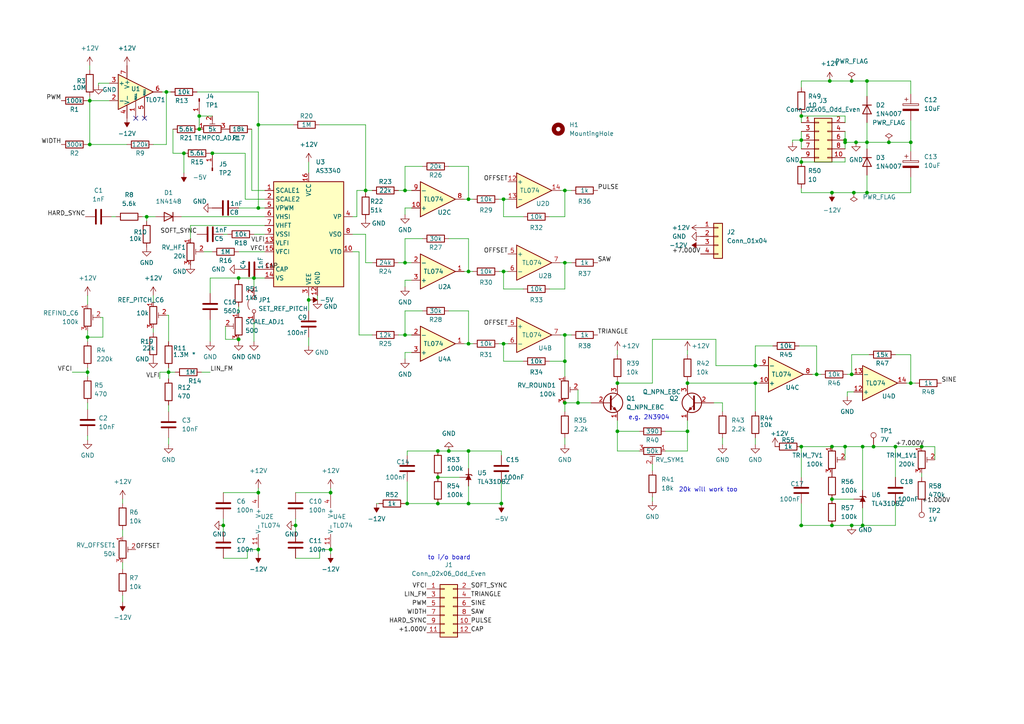
<source format=kicad_sch>
(kicad_sch (version 20211123) (generator eeschema)
  (paper "A4")
  (junction (at 179.07 111.125))
  (junction (at 53.34 44.45))
  (junction (at 253.365 129.54))
  (junction (at 232.41 46.99))
  (junction (at 95.885 159.385))
  (junction (at 259.715 129.54))
  (junction (at 199.39 125.095))
  (junction (at 163.83 116.84))
  (junction (at 89.535 86.995))
  (junction (at 232.41 40.64))
  (junction (at 25.4 107.95))
  (junction (at 74.93 142.875))
  (junction (at 118.11 146.05))
  (junction (at 135.89 130.81))
  (junction (at 248.285 41.275))
  (junction (at 117.475 55.245))
  (junction (at 74.93 36.195))
  (junction (at 48.26 26.67))
  (junction (at 179.07 125.095))
  (junction (at 257.81 41.275))
  (junction (at 241.3 129.54))
  (junction (at 146.05 99.695))
  (junction (at 74.93 159.385))
  (junction (at 42.545 62.865))
  (junction (at 241.3 55.88))
  (junction (at 245.11 40.64))
  (junction (at 241.3 152.4))
  (junction (at 69.215 98.425))
  (junction (at 251.46 55.88))
  (junction (at 146.05 57.785))
  (junction (at 130.175 130.81))
  (junction (at 26.035 41.91))
  (junction (at 117.475 97.155))
  (junction (at 247.015 108.585))
  (junction (at 26.035 29.21))
  (junction (at 163.83 55.245))
  (junction (at 146.05 78.74))
  (junction (at 232.41 152.4))
  (junction (at 127 138.43))
  (junction (at 85.725 152.4))
  (junction (at 219.075 106.045))
  (junction (at 73.66 80.645))
  (junction (at 163.83 97.155))
  (junction (at 69.215 80.645))
  (junction (at 241.3 144.78))
  (junction (at 267.335 129.54))
  (junction (at 106.045 55.245))
  (junction (at 64.77 152.4))
  (junction (at 251.46 23.495))
  (junction (at 219.075 111.125))
  (junction (at 135.89 146.05))
  (junction (at 117.475 76.2))
  (junction (at 232.41 33.655))
  (junction (at 163.83 104.775))
  (junction (at 250.19 129.54))
  (junction (at 199.39 111.125))
  (junction (at 247.015 152.4))
  (junction (at 57.785 37.465))
  (junction (at 167.64 116.84))
  (junction (at 127 146.05))
  (junction (at 57.785 33.655))
  (junction (at 250.19 152.4))
  (junction (at 236.855 108.585))
  (junction (at 232.41 129.54))
  (junction (at 247.015 23.495))
  (junction (at 25.4 97.79))
  (junction (at 61.595 44.45))
  (junction (at 245.11 41.275))
  (junction (at 247.65 55.88))
  (junction (at 135.89 57.785))
  (junction (at 264.16 111.125))
  (junction (at 145.415 146.05))
  (junction (at 264.16 41.275))
  (junction (at 251.46 41.275))
  (junction (at 135.89 99.695))
  (junction (at 240.665 23.495))
  (junction (at 163.83 76.2))
  (junction (at 135.89 78.74))
  (junction (at 95.885 142.875))
  (junction (at 245.11 129.54))
  (junction (at 48.895 107.95))
  (junction (at 74.93 60.325))
  (junction (at 127 130.81))
  (no_connect (at 39.37 34.29))
  (no_connect (at 41.91 34.29))
  (wire (pts (xy 71.755 159.385) (xy 74.93 159.385)))
  (wire (pts (xy 134.62 57.785) (xy 135.89 57.785)))
  (wire (pts (xy 115.57 76.2) (xy 117.475 76.2)))
  (wire (pts (xy 104.14 73.025) (xy 102.235 73.025)))
  (wire (pts (xy 257.81 41.275) (xy 251.46 41.275)))
  (wire (pts (xy 117.475 81.28) (xy 119.38 81.28)))
  (wire (pts (xy 219.075 111.125) (xy 219.075 119.38)))
  (wire (pts (xy 106.045 55.245) (xy 107.95 55.245)))
  (wire (pts (xy 189.23 98.425) (xy 189.23 111.125)))
  (wire (pts (xy 259.715 129.54) (xy 259.715 138.43)))
  (wire (pts (xy 117.475 102.235) (xy 119.38 102.235)))
  (wire (pts (xy 85.725 152.4) (xy 85.725 154.305)))
  (wire (pts (xy 73.66 83.185) (xy 73.66 80.645)))
  (wire (pts (xy 117.475 55.245) (xy 119.38 55.245)))
  (wire (pts (xy 60.96 85.09) (xy 60.96 80.645)))
  (wire (pts (xy 264.16 55.88) (xy 251.46 55.88)))
  (wire (pts (xy 89.535 97.79) (xy 89.535 100.33)))
  (wire (pts (xy 162.56 97.155) (xy 163.83 97.155)))
  (wire (pts (xy 69.215 80.645) (xy 73.66 80.645)))
  (wire (pts (xy 151.765 62.865) (xy 146.05 62.865)))
  (wire (pts (xy 25.4 106.68) (xy 25.4 107.95)))
  (wire (pts (xy 264.16 102.87) (xy 264.16 111.125)))
  (wire (pts (xy 28.575 24.13) (xy 31.75 24.13)))
  (wire (pts (xy 162.56 76.2) (xy 163.83 76.2)))
  (wire (pts (xy 162.56 55.245) (xy 163.83 55.245)))
  (wire (pts (xy 146.05 104.775) (xy 146.05 99.695)))
  (wire (pts (xy 85.725 150.495) (xy 85.725 152.4)))
  (wire (pts (xy 250.19 152.4) (xy 259.715 152.4)))
  (wire (pts (xy 185.42 125.095) (xy 179.07 125.095)))
  (wire (pts (xy 50.165 37.465) (xy 50.165 44.45)))
  (wire (pts (xy 250.19 147.32) (xy 250.19 152.4)))
  (wire (pts (xy 26.035 27.94) (xy 26.035 29.21)))
  (wire (pts (xy 259.715 102.87) (xy 264.16 102.87)))
  (wire (pts (xy 236.855 100.33) (xy 236.855 108.585)))
  (wire (pts (xy 135.89 146.05) (xy 127 146.05)))
  (wire (pts (xy 64.77 150.495) (xy 64.77 152.4)))
  (wire (pts (xy 219.075 100.33) (xy 219.075 106.045)))
  (wire (pts (xy 250.19 152.4) (xy 247.015 152.4)))
  (wire (pts (xy 58.42 107.95) (xy 60.96 107.95)))
  (wire (pts (xy 127 130.81) (xy 130.175 130.81)))
  (wire (pts (xy 118.11 146.05) (xy 117.475 146.05)))
  (wire (pts (xy 232.41 23.495) (xy 240.665 23.495)))
  (wire (pts (xy 259.715 129.54) (xy 267.335 129.54)))
  (wire (pts (xy 35.56 163.195) (xy 35.56 165.1)))
  (wire (pts (xy 163.83 127) (xy 163.83 128.905)))
  (wire (pts (xy 115.57 97.155) (xy 117.475 97.155)))
  (wire (pts (xy 48.26 26.67) (xy 46.99 26.67)))
  (wire (pts (xy 145.415 130.81) (xy 145.415 132.08)))
  (wire (pts (xy 251.46 41.275) (xy 251.46 43.18)))
  (wire (pts (xy 60.96 80.645) (xy 69.215 80.645)))
  (wire (pts (xy 135.89 99.695) (xy 137.16 99.695)))
  (wire (pts (xy 69.215 98.425) (xy 69.215 99.06)))
  (wire (pts (xy 232.41 146.05) (xy 232.41 152.4)))
  (wire (pts (xy 26.035 19.05) (xy 26.035 20.32)))
  (wire (pts (xy 250.19 129.54) (xy 250.19 142.24)))
  (wire (pts (xy 247.65 55.88) (xy 251.46 55.88)))
  (wire (pts (xy 103.505 55.245) (xy 103.505 62.865)))
  (wire (pts (xy 122.555 69.215) (xy 117.475 69.215)))
  (wire (pts (xy 109.22 146.05) (xy 109.855 146.05)))
  (wire (pts (xy 42.545 64.135) (xy 42.545 62.865)))
  (wire (pts (xy 134.62 78.74) (xy 135.89 78.74)))
  (wire (pts (xy 35.56 153.67) (xy 35.56 155.575)))
  (wire (pts (xy 163.83 76.2) (xy 163.83 83.82)))
  (wire (pts (xy 241.3 144.78) (xy 247.65 144.78)))
  (wire (pts (xy 264.16 23.495) (xy 251.46 23.495)))
  (wire (pts (xy 232.41 129.54) (xy 232.41 138.43)))
  (wire (pts (xy 89.535 50.165) (xy 89.535 46.99)))
  (wire (pts (xy 95.885 141.605) (xy 95.885 142.875)))
  (wire (pts (xy 167.64 116.84) (xy 167.64 113.03)))
  (wire (pts (xy 144.78 99.695) (xy 146.05 99.695)))
  (wire (pts (xy 69.215 81.28) (xy 69.215 80.645)))
  (wire (pts (xy 163.83 62.865) (xy 159.385 62.865)))
  (wire (pts (xy 26.035 41.91) (xy 36.83 41.91)))
  (wire (pts (xy 259.715 146.05) (xy 259.715 152.4)))
  (wire (pts (xy 89.535 85.725) (xy 89.535 86.995)))
  (wire (pts (xy 232.41 40.64) (xy 232.41 43.18)))
  (wire (pts (xy 117.475 60.325) (xy 119.38 60.325)))
  (wire (pts (xy 209.55 116.84) (xy 207.01 116.84)))
  (wire (pts (xy 232.41 152.4) (xy 231.775 152.4)))
  (wire (pts (xy 134.62 99.695) (xy 135.89 99.695)))
  (wire (pts (xy 264.16 34.925) (xy 264.16 41.275)))
  (wire (pts (xy 26.035 29.21) (xy 31.75 29.21)))
  (wire (pts (xy 29.845 92.075) (xy 29.845 97.79)))
  (wire (pts (xy 135.89 130.81) (xy 145.415 130.81)))
  (wire (pts (xy 74.93 158.75) (xy 74.93 159.385)))
  (wire (pts (xy 44.45 41.91) (xy 48.26 41.91)))
  (wire (pts (xy 135.89 90.17) (xy 135.89 99.695)))
  (wire (pts (xy 232.41 33.02) (xy 232.41 33.655)))
  (wire (pts (xy 104.14 97.155) (xy 104.14 73.025)))
  (wire (pts (xy 48.26 41.91) (xy 48.26 26.67)))
  (wire (pts (xy 64.77 161.925) (xy 71.755 161.925)))
  (wire (pts (xy 146.05 78.74) (xy 147.32 78.74)))
  (wire (pts (xy 48.895 106.68) (xy 48.895 107.95)))
  (wire (pts (xy 241.3 129.54) (xy 245.11 129.54)))
  (wire (pts (xy 229.87 40.64) (xy 229.87 41.275)))
  (wire (pts (xy 92.71 161.925) (xy 92.71 159.385)))
  (wire (pts (xy 25.4 29.21) (xy 26.035 29.21)))
  (wire (pts (xy 163.83 97.155) (xy 163.83 104.775)))
  (wire (pts (xy 115.57 55.245) (xy 117.475 55.245)))
  (wire (pts (xy 48.26 26.67) (xy 49.53 26.67)))
  (wire (pts (xy 64.77 152.4) (xy 64.77 154.305)))
  (wire (pts (xy 145.415 139.7) (xy 145.415 146.05)))
  (wire (pts (xy 48.895 91.44) (xy 48.895 99.06)))
  (wire (pts (xy 73.025 55.245) (xy 73.025 37.465)))
  (wire (pts (xy 199.39 101.6) (xy 199.39 102.87)))
  (wire (pts (xy 46.355 107.95) (xy 46.355 109.855)))
  (wire (pts (xy 264.16 41.275) (xy 257.81 41.275)))
  (wire (pts (xy 61.595 44.45) (xy 71.12 44.45)))
  (wire (pts (xy 245.11 41.275) (xy 245.11 43.18)))
  (wire (pts (xy 163.83 104.775) (xy 163.83 109.22)))
  (wire (pts (xy 46.355 107.95) (xy 48.895 107.95)))
  (wire (pts (xy 107.95 76.2) (xy 106.045 76.2)))
  (wire (pts (xy 219.075 127) (xy 219.075 128.905)))
  (wire (pts (xy 65.405 94.615) (xy 65.405 98.425)))
  (wire (pts (xy 135.89 78.74) (xy 137.16 78.74)))
  (wire (pts (xy 74.93 26.67) (xy 74.93 36.195)))
  (wire (pts (xy 163.83 116.84) (xy 163.83 119.38)))
  (wire (pts (xy 236.855 108.585) (xy 235.585 108.585)))
  (wire (pts (xy 185.42 130.81) (xy 179.07 130.81)))
  (wire (pts (xy 25.4 95.885) (xy 25.4 97.79)))
  (wire (pts (xy 179.07 130.81) (xy 179.07 125.095)))
  (wire (pts (xy 117.475 83.185) (xy 117.475 81.28)))
  (wire (pts (xy 179.07 111.125) (xy 179.07 111.76)))
  (wire (pts (xy 247.015 102.87) (xy 247.015 108.585)))
  (wire (pts (xy 25.4 107.95) (xy 25.4 109.22)))
  (wire (pts (xy 118.11 130.81) (xy 127 130.81)))
  (wire (pts (xy 127 138.43) (xy 133.35 138.43)))
  (wire (pts (xy 199.39 121.92) (xy 199.39 125.095)))
  (wire (pts (xy 179.07 101.6) (xy 179.07 102.87)))
  (wire (pts (xy 89.535 86.995) (xy 89.535 90.17)))
  (wire (pts (xy 135.89 130.81) (xy 135.89 135.89)))
  (wire (pts (xy 74.93 36.195) (xy 85.09 36.195)))
  (wire (pts (xy 247.015 152.4) (xy 241.3 152.4)))
  (wire (pts (xy 163.83 76.2) (xy 165.735 76.2)))
  (wire (pts (xy 245.11 35.56) (xy 245.11 33.655)))
  (wire (pts (xy 135.89 146.05) (xy 145.415 146.05)))
  (wire (pts (xy 106.045 55.245) (xy 106.045 55.88)))
  (wire (pts (xy 57.785 33.655) (xy 57.785 37.465)))
  (wire (pts (xy 117.475 90.17) (xy 117.475 97.155)))
  (wire (pts (xy 118.11 132.08) (xy 118.11 130.81)))
  (wire (pts (xy 245.745 114.935) (xy 245.745 113.665)))
  (wire (pts (xy 74.93 142.875) (xy 74.93 143.51)))
  (wire (pts (xy 60.96 44.45) (xy 61.595 44.45)))
  (wire (pts (xy 253.365 129.54) (xy 259.715 129.54)))
  (wire (pts (xy 245.11 45.72) (xy 245.11 46.99)))
  (wire (pts (xy 245.11 46.99) (xy 232.41 46.99)))
  (wire (pts (xy 55.245 65.405) (xy 55.245 69.215)))
  (wire (pts (xy 232.41 45.72) (xy 232.41 46.99)))
  (wire (pts (xy 71.755 161.925) (xy 71.755 159.385)))
  (wire (pts (xy 163.83 55.245) (xy 165.735 55.245)))
  (wire (pts (xy 103.505 55.245) (xy 106.045 55.245)))
  (wire (pts (xy 199.39 111.125) (xy 199.39 111.76)))
  (wire (pts (xy 146.05 83.82) (xy 146.05 78.74)))
  (wire (pts (xy 106.045 76.2) (xy 106.045 67.945)))
  (wire (pts (xy 267.335 129.54) (xy 271.145 129.54)))
  (wire (pts (xy 118.11 139.7) (xy 118.11 146.05)))
  (wire (pts (xy 240.665 23.495) (xy 247.015 23.495)))
  (wire (pts (xy 231.775 100.33) (xy 236.855 100.33)))
  (wire (pts (xy 92.075 85.725) (xy 92.075 86.995)))
  (wire (pts (xy 224.155 100.33) (xy 219.075 100.33)))
  (wire (pts (xy 74.93 159.385) (xy 74.93 160.655)))
  (wire (pts (xy 144.78 57.785) (xy 146.05 57.785)))
  (wire (pts (xy 193.04 130.81) (xy 199.39 130.81)))
  (wire (pts (xy 73.66 67.945) (xy 76.835 67.945)))
  (wire (pts (xy 106.045 36.195) (xy 106.045 55.245)))
  (wire (pts (xy 245.11 33.655) (xy 232.41 33.655)))
  (wire (pts (xy 69.215 73.025) (xy 76.835 73.025)))
  (wire (pts (xy 29.21 92.075) (xy 29.845 92.075)))
  (wire (pts (xy 199.39 111.125) (xy 219.075 111.125)))
  (wire (pts (xy 219.075 106.045) (xy 207.645 106.045)))
  (wire (pts (xy 146.05 99.695) (xy 147.32 99.695)))
  (wire (pts (xy 245.745 108.585) (xy 247.015 108.585)))
  (wire (pts (xy 245.11 129.54) (xy 245.11 133.35)))
  (wire (pts (xy 92.71 159.385) (xy 95.885 159.385)))
  (wire (pts (xy 48.895 117.475) (xy 48.895 119.38)))
  (wire (pts (xy 232.41 33.655) (xy 232.41 35.56)))
  (wire (pts (xy 48.895 107.95) (xy 50.8 107.95)))
  (wire (pts (xy 74.93 141.605) (xy 74.93 142.875)))
  (wire (pts (xy 25.4 41.91) (xy 26.035 41.91)))
  (wire (pts (xy 64.77 142.875) (xy 74.93 142.875)))
  (wire (pts (xy 92.71 36.195) (xy 106.045 36.195)))
  (wire (pts (xy 189.23 134.62) (xy 189.23 136.525)))
  (wire (pts (xy 85.725 161.925) (xy 92.71 161.925)))
  (wire (pts (xy 248.285 41.275) (xy 245.11 41.275)))
  (wire (pts (xy 50.165 44.45) (xy 53.34 44.45)))
  (wire (pts (xy 48.895 127) (xy 48.895 128.905)))
  (wire (pts (xy 117.475 69.215) (xy 117.475 76.2)))
  (wire (pts (xy 25.4 116.84) (xy 25.4 118.745)))
  (wire (pts (xy 85.725 142.875) (xy 95.885 142.875)))
  (wire (pts (xy 103.505 62.865) (xy 102.235 62.865)))
  (wire (pts (xy 251.46 50.8) (xy 251.46 55.88)))
  (wire (pts (xy 135.89 48.26) (xy 135.89 57.785)))
  (wire (pts (xy 48.26 91.44) (xy 48.895 91.44)))
  (wire (pts (xy 25.4 126.365) (xy 25.4 127.635)))
  (wire (pts (xy 74.93 60.325) (xy 76.835 60.325)))
  (wire (pts (xy 232.41 40.64) (xy 229.87 40.64)))
  (wire (pts (xy 130.175 69.215) (xy 135.89 69.215)))
  (wire (pts (xy 135.89 69.215) (xy 135.89 78.74)))
  (wire (pts (xy 163.83 83.82) (xy 159.385 83.82)))
  (wire (pts (xy 69.215 88.9) (xy 69.215 90.805)))
  (wire (pts (xy 53.34 44.45) (xy 53.34 50.165)))
  (wire (pts (xy 35.56 144.78) (xy 35.56 146.05)))
  (wire (pts (xy 232.41 38.1) (xy 232.41 40.64)))
  (wire (pts (xy 65.405 98.425) (xy 69.215 98.425)))
  (wire (pts (xy 118.11 146.05) (xy 127 146.05)))
  (wire (pts (xy 151.765 83.82) (xy 146.05 83.82)))
  (wire (pts (xy 209.55 127) (xy 209.55 128.905)))
  (wire (pts (xy 130.175 90.17) (xy 135.89 90.17)))
  (wire (pts (xy 52.705 62.865) (xy 76.835 62.865)))
  (wire (pts (xy 73.66 93.345) (xy 73.66 99.06)))
  (wire (pts (xy 232.41 152.4) (xy 241.3 152.4)))
  (wire (pts (xy 42.545 62.865) (xy 45.085 62.865)))
  (wire (pts (xy 245.11 129.54) (xy 250.19 129.54)))
  (wire (pts (xy 130.175 130.81) (xy 135.89 130.81)))
  (wire (pts (xy 189.23 144.145) (xy 189.23 145.415)))
  (wire (pts (xy 35.56 172.72) (xy 35.56 174.625)))
  (wire (pts (xy 144.78 78.74) (xy 146.05 78.74)))
  (wire (pts (xy 189.23 111.125) (xy 179.07 111.125)))
  (wire (pts (xy 267.335 137.16) (xy 267.335 138.43)))
  (wire (pts (xy 179.07 125.095) (xy 179.07 121.92)))
  (wire (pts (xy 245.11 38.1) (xy 245.11 40.64)))
  (wire (pts (xy 264.16 111.125) (xy 265.43 111.125)))
  (wire (pts (xy 117.475 48.26) (xy 117.475 55.245)))
  (wire (pts (xy 207.645 106.045) (xy 207.645 98.425)))
  (wire (pts (xy 247.015 108.585) (xy 247.65 108.585)))
  (wire (pts (xy 95.885 142.875) (xy 95.885 143.51)))
  (wire (pts (xy 271.145 129.54) (xy 271.145 133.35)))
  (wire (pts (xy 74.93 60.325) (xy 74.93 36.195)))
  (wire (pts (xy 209.55 119.38) (xy 209.55 116.84)))
  (wire (pts (xy 220.345 106.045) (xy 219.075 106.045)))
  (wire (pts (xy 71.12 44.45) (xy 71.12 57.785)))
  (wire (pts (xy 167.64 116.84) (xy 171.45 116.84)))
  (wire (pts (xy 28.575 24.765) (xy 28.575 24.13)))
  (wire (pts (xy 60.96 92.71) (xy 60.96 99.06)))
  (wire (pts (xy 104.14 97.155) (xy 107.95 97.155)))
  (wire (pts (xy 251.46 41.275) (xy 248.285 41.275)))
  (wire (pts (xy 117.475 97.155) (xy 119.38 97.155)))
  (wire (pts (xy 146.05 62.865) (xy 146.05 57.785)))
  (wire (pts (xy 76.835 55.245) (xy 73.025 55.245)))
  (wire (pts (xy 245.11 40.64) (xy 245.11 41.275)))
  (wire (pts (xy 163.83 55.245) (xy 163.83 62.865)))
  (wire (pts (xy 199.39 110.49) (xy 199.39 111.125)))
  (wire (pts (xy 135.89 57.785) (xy 137.16 57.785)))
  (wire (pts (xy 146.05 57.785) (xy 147.32 57.785)))
  (wire (pts (xy 264.16 111.125) (xy 262.89 111.125)))
  (wire (pts (xy 20.955 107.95) (xy 25.4 107.95)))
  (wire (pts (xy 135.89 140.97) (xy 135.89 146.05)))
  (wire (pts (xy 117.475 104.14) (xy 117.475 102.235)))
  (wire (pts (xy 26.035 41.91) (xy 26.035 29.21)))
  (wire (pts (xy 69.215 60.325) (xy 74.93 60.325)))
  (wire (pts (xy 250.19 129.54) (xy 253.365 129.54)))
  (wire (pts (xy 199.39 130.81) (xy 199.39 125.095)))
  (wire (pts (xy 73.66 80.645) (xy 76.835 80.645)))
  (wire (pts (xy 232.41 23.495) (xy 232.41 25.4)))
  (wire (pts (xy 245.745 113.665) (xy 247.65 113.665)))
  (wire (pts (xy 252.095 102.87) (xy 247.015 102.87)))
  (wire (pts (xy 163.83 104.775) (xy 159.385 104.775)))
  (wire (pts (xy 95.885 159.385) (xy 95.885 160.655)))
  (wire (pts (xy 232.41 55.88) (xy 241.3 55.88)))
  (wire (pts (xy 264.16 43.815) (xy 264.16 41.275)))
  (wire (pts (xy 42.545 62.865) (xy 41.275 62.865)))
  (wire (pts (xy 232.41 54.61) (xy 232.41 55.88)))
  (wire (pts (xy 199.39 125.095) (xy 193.04 125.095)))
  (wire (pts (xy 264.16 51.435) (xy 264.16 55.88)))
  (wire (pts (xy 264.16 27.305) (xy 264.16 23.495)))
  (wire (pts (xy 163.83 116.84) (xy 167.64 116.84)))
  (wire (pts (xy 61.595 33.655) (xy 57.785 33.655)))
  (wire (pts (xy 232.41 129.54) (xy 241.3 129.54)))
  (wire (pts (xy 71.12 57.785) (xy 76.835 57.785)))
  (wire (pts (xy 241.3 55.88) (xy 247.65 55.88)))
  (wire (pts (xy 117.475 62.23) (xy 117.475 60.325)))
  (wire (pts (xy 95.885 158.75) (xy 95.885 159.385)))
  (wire (pts (xy 25.4 97.79) (xy 25.4 99.06)))
  (wire (pts (xy 179.07 110.49) (xy 179.07 111.125)))
  (wire (pts (xy 25.4 85.725) (xy 25.4 88.265)))
  (wire (pts (xy 76.835 65.405) (xy 55.245 65.405)))
  (wire (pts (xy 32.385 62.865) (xy 33.655 62.865)))
  (wire (pts (xy 117.475 76.2) (xy 119.38 76.2)))
  (wire (pts (xy 251.46 23.495) (xy 251.46 27.94)))
  (wire (pts (xy 207.645 98.425) (xy 189.23 98.425)))
  (wire (pts (xy 57.15 26.67) (xy 74.93 26.67)))
  (wire (pts (xy 59.055 73.025) (xy 61.595 73.025)))
  (wire (pts (xy 64.77 67.945) (xy 66.04 67.945)))
  (wire (pts (xy 251.46 35.56) (xy 251.46 41.275)))
  (wire (pts (xy 44.45 85.725) (xy 44.45 87.63)))
  (wire (pts (xy 238.125 108.585) (xy 236.855 108.585)))
  (wire (pts (xy 247.015 23.495) (xy 251.46 23.495)))
  (wire (pts (xy 163.83 97.155) (xy 165.735 97.155)))
  (wire (pts (xy 48.895 107.95) (xy 48.895 109.855)))
  (wire (pts (xy 29.845 97.79) (xy 25.4 97.79)))
  (wire (pts (xy 130.175 48.26) (xy 135.89 48.26)))
  (wire (pts (xy 122.555 90.17) (xy 117.475 90.17)))
  (wire (pts (xy 219.075 111.125) (xy 220.345 111.125)))
  (wire (pts (xy 44.45 95.25) (xy 44.45 96.52)))
  (wire (pts (xy 106.045 67.945) (xy 102.235 67.945)))
  (wire (pts (xy 151.765 104.775) (xy 146.05 104.775)))
  (wire (pts (xy 122.555 48.26) (xy 117.475 48.26)))
  (text "e.g. 2N3904" (at 182.245 121.92 0) (effects (font (size 1.27 1.27)) (justify left bottom)))
  (text "to i/o board" (at 136.525 162.56 180) (effects (font (size 1.27 1.27)) (justify right bottom)))
  (text "20k will work too" (at 196.85 142.875 0) (effects (font (size 1.27 1.27)) (justify left bottom)))
  (label "VLFI" (at 46.355 109.855 180))
  (label "LIN_FM" (at 123.825 173.355 180))
  (label "WIDTH" (at 123.825 178.435 180))
  (label "TRIANGLE" (at 173.355 97.155 0))
  (label "OFFSET" (at 147.32 94.615 180))
  (label "VFCI" (at 20.955 107.95 180))
  (label "OFFSET" (at 147.32 73.66 180))
  (label "SOFT_SYNC" (at 136.525 170.815 0))
  (label "SINE" (at 136.525 175.895 0))
  (label "PWM" (at 17.78 29.21 180))
  (label "CAP" (at 76.835 78.105 0))
  (label "+1.000V" (at 123.825 183.515 180))
  (label "+7.000V" (at 259.715 129.54 0))
  (label "+1.000V" (at 267.335 146.05 0))
  (label "TRIANGLE" (at 136.525 173.355 0))
  (label "OFFSET" (at 39.37 159.385 0))
  (label "PWM" (at 123.825 175.895 180))
  (label "SAW" (at 173.355 76.2 0))
  (label "LIN_FM" (at 60.96 107.95 0))
  (label "CAP" (at 136.525 183.515 0))
  (label "PULSE" (at 173.355 55.245 0))
  (label "PULSE" (at 136.525 180.975 0))
  (label "SINE" (at 273.05 111.125 0))
  (label "HARD_SYNC" (at 123.825 180.975 180))
  (label "VFCI" (at 123.825 170.815 180))
  (label "SAW" (at 136.525 178.435 0))
  (label "VFCI" (at 76.835 73.025 180))
  (label "WIDTH" (at 17.78 41.91 180))
  (label "+7.000V" (at 203.2 73.66 180))
  (label "HARD_SYNC" (at 24.765 62.865 180))
  (label "VLFI" (at 76.835 70.485 180))
  (label "OFFSET" (at 147.32 52.705 180))
  (label "SOFT_SYNC" (at 57.15 67.945 180))
  (symbol (lib_id "Device:R") (at 127 134.62 0) (unit 1)
    (property "Reference" "R53" (at 129.54 133.3499 0) (effects (justify left)))
    (property "Value" "100k" (at 129.54 135.8899 0) (effects (justify left)))
    (property "Footprint" "Resistor_SMD:R_0603_1608Metric_Pad0.98x0.95mm_HandSolder" (effects hide))
  )
  (symbol (lib_id "power:-12V") (at 203.2 71.12 90) (unit 1)
    (property "Reference" "#PWR0136" (effects hide))
    (property "Value" "-12V" (at 199.39 71.1199 90) (effects (justify left)))
  )
  (symbol (lib_id "Device:C_Polarized") (at 264.16 31.115 0) (unit 1)
    (property "Reference" "C12" (at 267.97 28.9559 0) (effects (justify left)))
    (property "Value" "10uF" (at 267.97 31.4959 0) (effects (justify left)))
    (property "Footprint" "Capacitor_THT:CP_Radial_D5.0mm_P2.50mm" (effects hide))
  )
  (symbol (lib_id "power:-5V") (at 89.535 86.995 270) (unit 1)
    (property "Reference" "#PWR0121" (effects hide))
    (property "Value" "-5V" (at 92.71 86.9949 90) (effects (justify left)))
  )
  (symbol (lib_id "Device:R") (at 35.56 168.91 0) (unit 1)
    (property "Reference" "R7" (at 37.465 167.6399 0) (effects (justify left)))
    (property "Value" "10k" (at 37.465 170.1799 0) (effects (justify left)))
    (property "Footprint" "Resistor_SMD:R_0603_1608Metric_Pad0.98x0.95mm_HandSolder" (effects hide))
  )
  (symbol (lib_id "Jumper:Jumper_2_Open") (at 73.66 88.265 90) (unit 1)
    (property "Reference" "JP1" (at 74.93 86.9949 90) (effects (justify right)))
    (property "Value" "SET_REF_PITCH" (at 74.93 89.5349 90) (effects (justify right)))
    (property "Footprint" "Connector_PinHeader_2.54mm:PinHeader_1x02_P2.54mm_Vertical" (effects hide))
  )
  (symbol (lib_id "Device:R") (at 111.76 97.155 90) (unit 1)
    (property "Reference" "R25" (at 111.76 99.695 90))
    (property "Value" "12k" (at 111.76 97.155 90))
    (property "Footprint" "Resistor_SMD:R_0603_1608Metric_Pad0.98x0.95mm_HandSolder" (effects hide))
  )
  (symbol (lib_id "power:+12V") (at 44.45 85.725 0) (unit 1)
    (property "Reference" "#PWR0128" (effects hide))
    (property "Value" "+12V" (at 44.45 80.645 0))
  )
  (symbol (lib_id "power:GND") (at 117.475 83.185 0) (unit 1)
    (property "Reference" "#PWR0105" (effects hide))
    (property "Value" "GND" (at 117.475 87.63 0))
  )
  (symbol (lib_id "Device:R") (at 199.39 106.68 0) (unit 1)
    (property "Reference" "R42" (at 201.93 105.4099 0) (effects (justify left)))
    (property "Value" "10k" (at 201.93 107.9499 0) (effects (justify left)))
    (property "Footprint" "Resistor_SMD:R_0603_1608Metric_Pad0.98x0.95mm_HandSolder" (effects hide))
  )
  (symbol (lib_id "Device:R_Potentiometer_Trim") (at 69.215 94.615 0) (mirror y) (unit 1)
    (property "Reference" "SCALE_ADJ1" (at 71.12 93.3449 0) (effects (justify right)))
    (property "Value" "500" (at 71.12 95.8849 0) (effects (justify right)))
    (property "Footprint" "Potentiometer_THT:Potentiometer_Bourns_3266Y_Vertical" (effects hide))
  )
  (symbol (lib_id "power:GND") (at 203.2 68.58 270) (unit 1)
    (property "Reference" "#PWR0138" (effects hide))
    (property "Value" "GND" (at 194.945 68.5799 90) (effects (justify left)))
  )
  (symbol (lib_id "power:+12V") (at 26.035 19.05 0) (unit 1)
    (property "Reference" "#PWR0103" (effects hide))
    (property "Value" "+12V" (at 26.035 13.97 0))
  )
  (symbol (lib_id "Device:R") (at 140.97 57.785 90) (unit 1)
    (property "Reference" "R29" (at 140.97 60.96 90))
    (property "Value" "10k" (at 140.97 57.785 90))
    (property "Footprint" "Resistor_SMD:R_0603_1608Metric_Pad0.98x0.95mm_HandSolder" (effects hide))
  )
  (symbol (lib_id "power:GND") (at 245.745 114.935 0) (unit 1)
    (property "Reference" "#PWR0135" (effects hide))
    (property "Value" "GND" (at 245.745 119.38 0))
  )
  (symbol (lib_id "power:GND") (at 89.535 100.33 0) (unit 1)
    (property "Reference" "#PWR0148" (effects hide))
    (property "Value" "GND" (at 93.345 102.235 0))
  )
  (symbol (lib_id "power:-12V") (at 109.22 146.05 180) (unit 1)
    (property "Reference" "#PWR0144" (effects hide))
    (property "Value" "-12V" (at 109.22 150.495 0))
  )
  (symbol (lib_id "power:-12V") (at 74.93 160.655 180) (unit 1)
    (property "Reference" "#PWR0108" (effects hide))
    (property "Value" "-12V" (at 74.93 165.1 0))
  )
  (symbol (lib_id "power:GND") (at 209.55 128.905 0) (unit 1)
    (property "Reference" "#PWR0132" (effects hide))
    (property "Value" "GND" (at 209.55 133.35 0))
  )
  (symbol (lib_id "Device:R_Potentiometer_Trim") (at 55.245 73.025 0) (unit 1)
    (property "Reference" "RV_HF1" (at 53.975 71.7549 0) (effects (justify right)))
    (property "Value" "20k" (at 53.975 74.2949 0) (effects (justify right)))
    (property "Footprint" "Potentiometer_THT:Potentiometer_Bourns_3266Y_Vertical" (effects hide))
  )
  (symbol (lib_id "Device:R_Potentiometer_Trim") (at 61.595 37.465 90) (unit 1)
    (property "Reference" "TEMPCO_ADJ1" (at 62.865 40.005 90))
    (property "Value" "5k" (at 61.595 37.465 90))
    (property "Footprint" "Potentiometer_THT:Potentiometer_Bourns_3266Y_Vertical" (effects hide))
  )
  (symbol (lib_id "Device:R") (at 163.83 123.19 0) (unit 1)
    (property "Reference" "R35" (at 166.37 121.9199 0) (effects (justify left)))
    (property "Value" "2.2k" (at 166.37 124.4599 0) (effects (justify left)))
    (property "Footprint" "Resistor_SMD:R_0603_1608Metric_Pad0.98x0.95mm_HandSolder" (effects hide))
  )
  (symbol (lib_id "Device:C_Polarized") (at 264.16 47.625 0) (unit 1)
    (property "Reference" "C13" (at 267.97 45.4659 0) (effects (justify left)))
    (property "Value" "10uF" (at 267.97 48.0059 0) (effects (justify left)))
    (property "Footprint" "Capacitor_THT:CP_Radial_D5.0mm_P2.50mm" (effects hide))
  )
  (symbol (lib_id "Device:C") (at 85.725 146.685 0) (unit 1)
    (property "Reference" "C10" (at 89.535 145.4149 0) (effects (justify left)))
    (property "Value" "100n" (at 89.535 147.9549 0) (effects (justify left)))
    (property "Footprint" "Capacitor_SMD:C_0603_1608Metric_Pad1.08x0.95mm_HandSolder" (effects hide))
  )
  (symbol (lib_id "Device:R_Potentiometer_Trim") (at 163.83 113.03 0) (unit 1)
    (property "Reference" "RV_ROUND1" (at 161.29 111.7599 0) (effects (justify right)))
    (property "Value" "100k" (at 161.29 114.2999 0) (effects (justify right)))
    (property "Footprint" "Potentiometer_THT:Potentiometer_Bourns_3266Y_Vertical" (effects hide))
  )
  (symbol (lib_id "power:GND") (at 48.895 128.905 0) (unit 1)
    (property "Reference" "#PWR0116" (effects hide))
    (property "Value" "GND" (at 48.895 133.35 0))
  )
  (symbol (lib_id "power:+12V") (at 36.83 19.05 0) (unit 1)
    (property "Reference" "#PWR0101" (effects hide))
    (property "Value" "+12V" (at 36.83 13.97 0))
  )
  (symbol (lib_id "Device:R") (at 127 142.24 0) (unit 1)
    (property "Reference" "R54" (at 129.54 140.9699 0) (effects (justify left)))
    (property "Value" "100k" (at 129.54 143.5099 0) (effects (justify left)))
    (property "Footprint" "Resistor_SMD:R_0603_1608Metric_Pad0.98x0.95mm_HandSolder" (effects hide))
  )
  (symbol (lib_id "power:GND") (at 69.215 99.06 0) (unit 1)
    (property "Reference" "#PWR0146" (effects hide))
    (property "Value" "GND" (at 69.215 103.505 0))
  )
  (symbol (lib_id "power:PWR_FLAG") (at 247.65 55.88 180) (unit 1)
    (property "Reference" "#FLG0101" (effects hide))
    (property "Value" "PWR_FLAG" (at 250.19 57.1499 0) (effects (justify right)))
  )
  (symbol (lib_id "Device:C") (at 259.715 142.24 0) (unit 1)
    (property "Reference" "C18" (at 260.985 139.6999 0) (effects (justify left)))
    (property "Value" "100nF" (at 260.35 144.7799 0) (effects (justify left)))
    (property "Footprint" "Capacitor_SMD:C_0603_1608Metric_Pad1.08x0.95mm_HandSolder" (effects hide))
  )
  (symbol (lib_id "power:GND") (at 117.475 62.23 0) (unit 1)
    (property "Reference" "#PWR0106" (effects hide))
    (property "Value" "GND" (at 117.475 66.675 0))
  )
  (symbol (lib_id "power:+12V") (at 240.665 23.495 0) (unit 1)
    (property "Reference" "#PWR0140" (effects hide))
    (property "Value" "+12V" (at 240.665 18.415 0))
  )
  (symbol (lib_id "Device:C") (at 73.025 78.105 270) (unit 1)
    (property "Reference" "C4" (at 70.4849 78.105 0) (effects (justify right)))
    (property "Value" "1nF" (at 75.5649 78.105 0) (effects (justify right)))
    (property "Footprint" "Capacitor_THT:C_Rect_L7.0mm_W3.5mm_P5.00mm" (effects hide))
  )
  (symbol (lib_id "Device:R") (at 169.545 97.155 90) (unit 1)
    (property "Reference" "R38" (at 169.545 100.33 90))
    (property "Value" "1k" (at 169.545 97.155 90))
    (property "Footprint" "Resistor_SMD:R_0603_1608Metric_Pad0.98x0.95mm_HandSolder" (effects hide))
  )
  (symbol (lib_id "Amplifier_Operational:TL074") (at 127 78.74 0) (mirror x) (unit 1)
    (property "Reference" "U2" (at 128.905 83.185 0))
    (property "Value" "TL074" (at 125.73 78.74 0))
    (property "Footprint" "Package_SO:SO-14_3.9x8.65mm_P1.27mm" (effects hide))
    (property "Datasheet" "http://www.ti.com/lit/ds/symlink/tl071.pdf" (effects hide))
  )
  (symbol (lib_id "power:-5V") (at 53.34 50.165 180) (unit 1)
    (property "Reference" "#PWR0117" (effects hide))
    (property "Value" "-5V" (at 55.88 51.4349 0) (effects (justify right)))
  )
  (symbol (lib_id "Amplifier_Operational:TL074") (at 154.94 76.2 0) (unit 2)
    (property "Reference" "U2" (at 158.115 80.01 0))
    (property "Value" "TL074" (at 154.305 76.2 0))
    (property "Footprint" "Package_SO:SO-14_3.9x8.65mm_P1.27mm" (effects hide))
    (property "Datasheet" "http://www.ti.com/lit/ds/symlink/tl071.pdf" (effects hide))
  )
  (symbol (lib_id "power:+12V") (at 199.39 101.6 0) (unit 1)
    (property "Reference" "#PWR0134" (effects hide))
    (property "Value" "+12V" (at 203.2 100.33 0))
  )
  (symbol (lib_id "Device:R") (at 155.575 62.865 90) (unit 1)
    (property "Reference" "R32" (at 155.575 66.04 90))
    (property "Value" "10k" (at 155.575 62.865 90))
    (property "Footprint" "Resistor_SMD:R_0603_1608Metric_Pad0.98x0.95mm_HandSolder" (effects hide))
  )
  (symbol (lib_id "Device:R") (at 44.45 100.33 0) (unit 1)
    (property "Reference" "R19" (at 40.64 99.0599 0) (effects (justify left)))
    (property "Value" "22k" (at 41.275 100.9649 0) (effects (justify left)))
    (property "Footprint" "Resistor_SMD:R_0603_1608Metric_Pad0.98x0.95mm_HandSolder" (effects hide))
  )
  (symbol (lib_id "power:GND") (at 28.575 24.765 0) (unit 1)
    (property "Reference" "#PWR0102" (effects hide))
    (property "Value" "GND" (at 31.75 26.035 0))
  )
  (symbol (lib_id "Device:C") (at 48.895 123.19 0) (unit 1)
    (property "Reference" "C3" (at 52.705 121.9199 0) (effects (justify left)))
    (property "Value" "10nF" (at 52.705 124.4599 0) (effects (justify left)))
    (property "Footprint" "Capacitor_SMD:C_0603_1608Metric_Pad1.08x0.95mm_HandSolder" (effects hide))
  )
  (symbol (lib_id "Device:R") (at 26.035 24.13 0) (unit 1)
    (property "Reference" "R3" (at 22.225 23.4949 0) (effects (justify left)))
    (property "Value" "10M" (at 20.955 25.3999 0) (effects (justify left)))
    (property "Footprint" "Resistor_SMD:R_0603_1608Metric_Pad0.98x0.95mm_HandSolder" (effects hide))
  )
  (symbol (lib_id "Device:R") (at 48.895 102.87 0) (unit 1)
    (property "Reference" "R11" (at 50.165 100.9649 0) (effects (justify left)))
    (property "Value" "1.3M *" (at 50.165 102.8699 0) (effects (justify left)))
    (property "Footprint" "Resistor_SMD:R_0603_1608Metric_Pad0.98x0.95mm_HandSolder" (effects hide))
  )
  (symbol (lib_id "Device:R") (at 126.365 69.215 90) (unit 1)
    (property "Reference" "R27" (at 126.365 71.755 90))
    (property "Value" "30k" (at 126.365 69.215 90))
    (property "Footprint" "Resistor_SMD:R_0603_1608Metric_Pad0.98x0.95mm_HandSolder" (effects hide))
  )
  (symbol (lib_id "power:GND") (at 44.45 104.14 0) (unit 1)
    (property "Reference" "#PWR0149" (effects hide))
    (property "Value" "GND" (at 41.275 104.14 0))
  )
  (symbol (lib_id "Device:R") (at 35.56 149.86 0) (unit 1)
    (property "Reference" "R6" (at 37.465 148.5899 0) (effects (justify left)))
    (property "Value" "10k" (at 37.465 151.1299 0) (effects (justify left)))
    (property "Footprint" "Resistor_SMD:R_0603_1608Metric_Pad0.98x0.95mm_HandSolder" (effects hide))
  )
  (symbol (lib_id "Device:R") (at 111.76 55.245 90) (unit 1)
    (property "Reference" "R23" (at 111.76 52.705 90))
    (property "Value" "22k" (at 111.76 55.245 90))
    (property "Footprint" "Resistor_SMD:R_0603_1608Metric_Pad0.98x0.95mm_HandSolder" (effects hide))
  )
  (symbol (lib_id "power:GND") (at 73.66 99.06 0) (unit 1)
    (property "Reference" "#PWR0147" (effects hide))
    (property "Value" "GND" (at 73.66 103.505 0))
  )
  (symbol (lib_id "Device:R") (at 267.335 142.24 0) (unit 1)
    (property "Reference" "R58" (at 269.24 140.9699 0) (effects (justify left)))
    (property "Value" "470k" (at 269.24 143.5099 0) (effects (justify left)))
    (property "Footprint" "Resistor_SMD:R_0603_1608Metric_Pad0.98x0.95mm_HandSolder" (effects hide))
  )
  (symbol (lib_id "power:+12V") (at 89.535 46.99 0) (unit 1)
    (property "Reference" "#PWR0120" (effects hide))
    (property "Value" "+12V" (at 89.535 41.91 0))
  )
  (symbol (lib_id "Amplifier_Operational:TL074") (at 227.965 108.585 0) (mirror x) (unit 3)
    (property "Reference" "U4" (at 229.87 112.395 0))
    (property "Value" "TL074" (at 226.695 108.585 0))
    (property "Footprint" "Package_SO:SO-14_3.9x8.65mm_P1.27mm" (effects hide))
    (property "Datasheet" "http://www.ti.com/lit/ds/symlink/tl071.pdf" (effects hide))
  )
  (symbol (lib_id "Device:R") (at 155.575 104.775 90) (unit 1)
    (property "Reference" "R34" (at 155.575 107.95 90))
    (property "Value" "10k" (at 155.575 104.775 90))
    (property "Footprint" "Resistor_SMD:R_0603_1608Metric_Pad0.98x0.95mm_HandSolder" (effects hide))
  )
  (symbol (lib_id "power:GND") (at 219.075 128.905 0) (unit 1)
    (property "Reference" "#PWR0133" (effects hide))
    (property "Value" "GND" (at 219.075 133.35 0))
  )
  (symbol (lib_id "Connector_Generic:Conn_02x05_Odd_Even") (at 237.49 40.64 0) (unit 1)
    (property "Reference" "J3" (at 238.76 29.21 0))
    (property "Value" "Conn_02x05_Odd_Even" (at 238.76 31.75 0))
    (property "Footprint" "Connector_PinHeader_2.54mm:PinHeader_2x05_P2.54mm_Vertical" (effects hide))
  )
  (symbol (lib_id "Device:R") (at 57.15 44.45 90) (unit 1)
    (property "Reference" "R15" (at 57.15 46.99 90))
    (property "Value" "5.6k" (at 57.15 44.45 90))
    (property "Footprint" "Resistor_SMD:R_0603_1608Metric_Pad0.98x0.95mm_HandSolder" (effects hide))
  )
  (symbol (lib_id "Device:R") (at 106.045 59.69 0) (unit 1)
    (property "Reference" "R22" (at 107.315 58.4199 0) (effects (justify left)))
    (property "Value" "51k" (at 107.315 60.9599 0) (effects (justify left)))
    (property "Footprint" "Resistor_SMD:R_0603_1608Metric_Pad0.98x0.95mm_HandSolder" (effects hide))
  )
  (symbol (lib_id "Device:R") (at 179.07 106.68 0) (unit 1)
    (property "Reference" "R39" (at 181.61 105.4099 0) (effects (justify left)))
    (property "Value" "10k" (at 181.61 107.9499 0) (effects (justify left)))
    (property "Footprint" "Resistor_SMD:R_0603_1608Metric_Pad0.98x0.95mm_HandSolder" (effects hide))
  )
  (symbol (lib_id "Connector:Conn_01x01_Male") (at 61.595 49.53 90) (unit 1)
    (property "Reference" "J5" (at 63.5 47.6249 90) (effects (justify right)))
    (property "Value" "TP2" (at 63.5 50.1649 90) (effects (justify right)))
    (property "Footprint" "Connector_PinHeader_2.54mm:PinHeader_1x01_P2.54mm_Vertical" (effects hide))
  )
  (symbol (lib_id "power:+12V") (at 224.79 129.54 0) (unit 1)
    (property "Reference" "#PWR0151" (effects hide))
    (property "Value" "+12V" (at 226.06 125.73 0))
  )
  (symbol (lib_id "Device:C") (at 145.415 135.89 0) (unit 1)
    (property "Reference" "C15" (at 146.685 133.3499 0) (effects (justify left)))
    (property "Value" "100nF" (at 146.05 138.4299 0) (effects (justify left)))
    (property "Footprint" "Capacitor_SMD:C_0603_1608Metric_Pad1.08x0.95mm_HandSolder" (effects hide))
  )
  (symbol (lib_id "power:GND") (at 247.015 152.4 0) (unit 1)
    (property "Reference" "#PWR0152" (effects hide))
    (property "Value" "GND" (at 248.92 153.6699 0) (effects (justify left)))
  )
  (symbol (lib_id "Device:R") (at 113.665 146.05 90) (unit 1)
    (property "Reference" "R52" (at 113.665 143.51 90))
    (property "Value" "1k" (at 113.665 146.05 90))
    (property "Footprint" "Resistor_SMD:R_0603_1608Metric_Pad0.98x0.95mm_HandSolder" (effects hide))
  )
  (symbol (lib_id "Reference_Voltage:TL431DBZ") (at 250.19 144.78 90) (unit 1)
    (property "Reference" "U6" (at 252.73 143.5099 90) (effects (justify right)))
    (property "Value" "TL431DBZ" (at 252.73 146.0499 90) (effects (justify right)))
    (property "Footprint" "Package_TO_SOT_SMD:SOT-23" (effects hide))
    (property "Datasheet" "http://www.ti.com/lit/ds/symlink/tl431.pdf" (effects hide))
  )
  (symbol (lib_id "Connector_Generic:Conn_01x04") (at 208.28 68.58 0) (unit 1)
    (property "Reference" "J2" (at 210.82 67.3099 0) (effects (justify left)))
    (property "Value" "Conn_01x04" (at 210.82 69.8499 0) (effects (justify left)))
    (property "Footprint" "Connector_PinHeader_2.54mm:PinHeader_1x04_P2.54mm_Vertical" (effects hide))
  )
  (symbol (lib_id "power:-12V") (at 36.83 34.29 180) (unit 1)
    (property "Reference" "#PWR0104" (effects hide))
    (property "Value" "-12V" (at 36.83 38.735 0))
  )
  (symbol (lib_id "power:GND") (at 25.4 127.635 0) (unit 1)
    (property "Reference" "#PWR0115" (effects hide))
    (property "Value" "GND" (at 25.4 132.08 0))
  )
  (symbol (lib_id "Device:R") (at 140.97 78.74 90) (unit 1)
    (property "Reference" "R30" (at 140.97 81.915 90))
    (property "Value" "10k" (at 140.97 78.74 90))
    (property "Footprint" "Resistor_SMD:R_0603_1608Metric_Pad0.98x0.95mm_HandSolder" (effects hide))
  )
  (symbol (lib_id "Device:R") (at 269.24 111.125 90) (unit 1)
    (property "Reference" "R48" (at 269.24 113.665 90))
    (property "Value" "1k" (at 269.24 111.125 90))
    (property "Footprint" "Resistor_SMD:R_0603_1608Metric_Pad0.98x0.95mm_HandSolder" (effects hide))
  )
  (symbol (lib_id "Device:R") (at 232.41 50.8 0) (unit 1)
    (property "Reference" "R50" (at 234.315 49.5299 0) (effects (justify left)))
    (property "Value" "10" (at 234.315 52.0699 0) (effects (justify left)))
    (property "Footprint" "Resistor_SMD:R_0603_1608Metric_Pad0.98x0.95mm_HandSolder" (effects hide))
  )
  (symbol (lib_id "power:GND") (at 163.83 128.905 0) (unit 1)
    (property "Reference" "#PWR0129" (effects hide))
    (property "Value" "GND" (at 163.83 133.35 0))
  )
  (symbol (lib_id "Device:R") (at 53.34 26.67 90) (unit 1)
    (property "Reference" "R13" (at 52.705 29.21 90))
    (property "Value" "10k" (at 53.34 26.67 90))
    (property "Footprint" "Resistor_SMD:R_0603_1608Metric_Pad0.98x0.95mm_HandSolder" (effects hide))
  )
  (symbol (lib_id "power:GND") (at 130.175 130.81 180) (unit 1)
    (property "Reference" "#PWR0145" (effects hide))
    (property "Value" "GND" (at 130.175 125.73 0))
  )
  (symbol (lib_id "Device:R") (at 209.55 123.19 0) (unit 1)
    (property "Reference" "R43" (at 212.09 121.9199 0) (effects (justify left)))
    (property "Value" "2.2k" (at 212.09 124.4599 0) (effects (justify left)))
    (property "Footprint" "Resistor_SMD:R_0603_1608Metric_Pad0.98x0.95mm_HandSolder" (effects hide))
  )
  (symbol (lib_id "Device:R") (at 21.59 41.91 90) (unit 1)
    (property "Reference" "R2" (at 21.59 44.45 90))
    (property "Value" "300k" (at 21.59 41.91 90))
    (property "Footprint" "Resistor_SMD:R_0603_1608Metric_Pad0.98x0.95mm_HandSolder" (effects hide))
  )
  (symbol (lib_id "Device:R") (at 40.64 41.91 90) (unit 1)
    (property "Reference" "R9" (at 40.64 44.45 90))
    (property "Value" "120k" (at 40.64 41.91 90))
    (property "Footprint" "Resistor_SMD:R_0603_1608Metric_Pad0.98x0.95mm_HandSolder" (effects hide))
  )
  (symbol (lib_id "Connector_Generic:Conn_02x06_Odd_Even") (at 128.905 175.895 0) (unit 1)
    (property "Reference" "J1" (at 130.175 163.83 0))
    (property "Value" "Conn_02x06_Odd_Even" (at 130.175 166.37 0))
    (property "Footprint" "Connector_PinHeader_2.54mm:PinHeader_2x06_P2.54mm_Vertical" (effects hide))
  )
  (symbol (lib_id "Amplifier_Operational:TL074") (at 127 57.785 0) (mirror x) (unit 3)
    (property "Reference" "U2" (at 128.905 61.595 0))
    (property "Value" "TL074" (at 125.73 57.785 0))
    (property "Footprint" "Package_SO:SO-14_3.9x8.65mm_P1.27mm" (effects hide))
    (property "Datasheet" "http://www.ti.com/lit/ds/symlink/tl071.pdf" (effects hide))
  )
  (symbol (lib_id "Device:R") (at 54.61 107.95 90) (unit 1)
    (property "Reference" "R14" (at 56.515 110.49 90))
    (property "Value" "1M" (at 55.245 107.95 90))
    (property "Footprint" "Resistor_SMD:R_0603_1608Metric_Pad0.98x0.95mm_HandSolder" (effects hide))
  )
  (symbol (lib_id "Device:D") (at 251.46 31.75 270) (unit 1)
    (property "Reference" "D2" (at 254 30.4799 90) (effects (justify left)))
    (property "Value" "1N4007" (at 254 33.0199 90) (effects (justify left)))
    (property "Footprint" "Diode_THT:D_DO-41_SOD81_P7.62mm_Horizontal" (effects hide))
  )
  (symbol (lib_id "Connector:TestPoint") (at 253.365 129.54 0) (unit 1)
    (property "Reference" "TP1" (at 255.27 124.9679 0) (effects (justify left)))
    (property "Value" "7V" (at 255.27 127.5079 0) (effects (justify left)))
    (property "Footprint" "Connector_PinHeader_2.54mm:PinHeader_1x01_P2.54mm_Vertical" (effects hide))
  )
  (symbol (lib_id "power:PWR_FLAG") (at 257.81 41.275 0) (unit 1)
    (property "Reference" "#FLG0102" (effects hide))
    (property "Value" "PWR_FLAG" (at 257.81 35.56 0))
  )
  (symbol (lib_id "Mechanical:MountingHole") (at 161.925 37.465 0) (unit 1)
    (property "Reference" "H1" (at 165.1 36.1949 0) (effects (justify left)))
    (property "Value" "MountingHole" (at 165.1 38.7349 0) (effects (justify left)))
    (property "Footprint" "Library:MountingHole_3.2mm_M3_NoCourt" (effects hide))
  )
  (symbol (lib_id "Device:R") (at 189.23 140.335 0) (unit 1)
    (property "Reference" "R41" (at 191.77 139.0649 0) (effects (justify left)))
    (property "Value" "18k" (at 191.77 141.6049 0) (effects (justify left)))
    (property "Footprint" "Resistor_SMD:R_0603_1608Metric_Pad0.98x0.95mm_HandSolder" (effects hide))
  )
  (symbol (lib_id "Device:R") (at 25.4 113.03 0) (unit 1)
    (property "Reference" "R5" (at 27.305 111.7599 0) (effects (justify left)))
    (property "Value" "470" (at 27.305 114.2999 0) (effects (justify left)))
    (property "Footprint" "Resistor_SMD:R_0603_1608Metric_Pad0.98x0.95mm_HandSolder" (effects hide))
  )
  (symbol (lib_id "power:+12V") (at 25.4 85.725 0) (unit 1)
    (property "Reference" "#PWR0127" (effects hide))
    (property "Value" "+12V" (at 25.4 80.645 0))
  )
  (symbol (lib_id "Device:C") (at 64.77 158.115 0) (unit 1)
    (property "Reference" "C7" (at 68.58 156.8449 0) (effects (justify left)))
    (property "Value" "100n" (at 68.58 159.3849 0) (effects (justify left)))
    (property "Footprint" "Capacitor_SMD:C_0603_1608Metric_Pad1.08x0.95mm_HandSolder" (effects hide))
  )
  (symbol (lib_id "Device:R") (at 255.905 102.87 90) (unit 1)
    (property "Reference" "R47" (at 255.905 105.41 90))
    (property "Value" "15k" (at 255.905 102.87 90))
    (property "Footprint" "Resistor_SMD:R_0603_1608Metric_Pad0.98x0.95mm_HandSolder" (effects hide))
  )
  (symbol (lib_id "power:-12V") (at 35.56 174.625 180) (unit 1)
    (property "Reference" "#PWR0112" (effects hide))
    (property "Value" "-12V" (at 35.56 179.07 0))
  )
  (symbol (lib_id "Device:R_Potentiometer_Trim") (at 35.56 159.385 0) (unit 1)
    (property "Reference" "RV_OFFSET1" (at 33.655 158.1149 0) (effects (justify right)))
    (property "Value" "50k" (at 33.655 160.6549 0) (effects (justify right)))
    (property "Footprint" "Potentiometer_THT:Potentiometer_Bourns_3266Y_Vertical" (effects hide))
  )
  (symbol (lib_id "Device:C") (at 65.405 60.325 90) (unit 1)
    (property "Reference" "C8" (at 67.945 61.595 90))
    (property "Value" "1nF" (at 68.58 59.055 90))
    (property "Footprint" "Capacitor_SMD:C_0603_1608Metric_Pad1.08x0.95mm_HandSolder" (effects hide))
  )
  (symbol (lib_id "Device:R") (at 155.575 83.82 90) (unit 1)
    (property "Reference" "R33" (at 155.575 86.995 90))
    (property "Value" "10k" (at 155.575 83.82 90))
    (property "Footprint" "Resistor_SMD:R_0603_1608Metric_Pad0.98x0.95mm_HandSolder" (effects hide))
  )
  (symbol (lib_id "Amplifier_Operational:TL074") (at 98.425 151.13 0) (unit 5)
    (property "Reference" "U4" (at 96.52 149.8599 0) (effects (justify left)))
    (property "Value" "TL074" (at 96.52 152.3999 0) (effects (justify left)))
    (property "Footprint" "Package_SO:SO-14_3.9x8.65mm_P1.27mm" (effects hide))
    (property "Datasheet" "http://www.ti.com/lit/ds/symlink/tl071.pdf" (effects hide))
  )
  (symbol (lib_id "Device:C") (at 232.41 142.24 0) (unit 1)
    (property "Reference" "C17" (at 229.235 140.3349 0) (effects (justify left)))
    (property "Value" "100nF" (at 226.06 144.7799 0) (effects (justify left)))
    (property "Footprint" "Capacitor_SMD:C_0603_1608Metric_Pad1.08x0.95mm_HandSolder" (effects hide))
  )
  (symbol (lib_id "Connector:TestPoint") (at 267.335 146.05 180) (unit 1)
    (property "Reference" "TP2" (at 269.24 148.0819 0) (effects (justify right)))
    (property "Value" "1V" (at 269.24 150.6219 0) (effects (justify right)))
    (property "Footprint" "Connector_PinHeader_2.54mm:PinHeader_1x01_P2.54mm_Vertical" (effects hide))
  )
  (symbol (lib_id "power:+12V") (at 35.56 144.78 0) (unit 1)
    (property "Reference" "#PWR0113" (effects hide))
    (property "Value" "+12V" (at 35.56 139.7 0))
  )
  (symbol (lib_id "Amplifier_Operational:TL074") (at 77.47 151.13 0) (unit 5)
    (property "Reference" "U2" (at 75.565 149.8599 0) (effects (justify left)))
    (property "Value" "TL074" (at 75.565 152.3999 0) (effects (justify left)))
    (property "Footprint" "Package_SO:SO-14_3.9x8.65mm_P1.27mm" (effects hide))
    (property "Datasheet" "http://www.ti.com/lit/ds/symlink/tl071.pdf" (effects hide))
  )
  (symbol (lib_id "Device:R") (at 48.895 113.665 0) (unit 1)
    (property "Reference" "R12" (at 51.435 112.3949 0) (effects (justify left)))
    (property "Value" "470" (at 51.435 114.9349 0) (effects (justify left)))
    (property "Footprint" "Resistor_SMD:R_0603_1608Metric_Pad0.98x0.95mm_HandSolder" (effects hide))
  )
  (symbol (lib_id "Amplifier_Operational:TL074") (at 154.94 97.155 0) (unit 2)
    (property "Reference" "U4" (at 158.115 100.965 0))
    (property "Value" "TL074" (at 154.305 97.155 0))
    (property "Footprint" "Package_SO:SO-14_3.9x8.65mm_P1.27mm" (effects hide))
    (property "Datasheet" "http://www.ti.com/lit/ds/symlink/tl071.pdf" (effects hide))
  )
  (symbol (lib_id "Device:R") (at 37.465 62.865 90) (unit 1)
    (property "Reference" "R8" (at 37.465 56.515 90))
    (property "Value" "5.6k" (at 37.465 59.055 90))
    (property "Footprint" "Resistor_SMD:R_0603_1608Metric_Pad0.98x0.95mm_HandSolder" (effects hide))
  )
  (symbol (lib_id "Device:R") (at 126.365 90.17 90) (unit 1)
    (property "Reference" "R28" (at 126.365 92.71 90))
    (property "Value" "30k" (at 126.365 90.17 90))
    (property "Footprint" "Resistor_SMD:R_0603_1608Metric_Pad0.98x0.95mm_HandSolder" (effects hide))
  )
  (symbol (lib_id "Device:D") (at 48.895 62.865 180) (unit 1)
    (property "Reference" "D1" (at 48.895 55.88 0))
    (property "Value" "1N4148" (at 48.895 58.42 0))
    (property "Footprint" "Diode_THT:D_DO-34_SOD68_P7.62mm_Horizontal" (effects hide))
  )
  (symbol (lib_id "Device:R") (at 169.545 76.2 90) (unit 1)
    (property "Reference" "R37" (at 169.545 79.375 90))
    (property "Value" "1k" (at 169.545 76.2 90))
    (property "Footprint" "Resistor_SMD:R_0603_1608Metric_Pad0.98x0.95mm_HandSolder" (effects hide))
  )
  (symbol (lib_id "power:GND") (at 92.075 86.995 0) (unit 1)
    (property "Reference" "#PWR0122" (effects hide))
    (property "Value" "GND" (at 95.885 88.9 0))
  )
  (symbol (lib_id "power:GND") (at 85.725 152.4 270) (unit 1)
    (property "Reference" "#PWR0111" (effects hide))
    (property "Value" "GND" (at 82.55 154.9399 90) (effects (justify left)))
  )
  (symbol (lib_id "Device:C") (at 89.535 93.98 0) (unit 1)
    (property "Reference" "C9" (at 86.36 92.0749 0) (effects (justify left)))
    (property "Value" "100nF" (at 83.185 96.5199 0) (effects (justify left)))
    (property "Footprint" "Capacitor_SMD:C_0603_1608Metric_Pad1.08x0.95mm_HandSolder" (effects hide))
  )
  (symbol (lib_id "Amplifier_Operational:TL074") (at 127 99.695 0) (mirror x) (unit 1)
    (property "Reference" "U4" (at 128.905 104.14 0))
    (property "Value" "TL074" (at 125.73 99.695 0))
    (property "Footprint" "Package_SO:SO-14_3.9x8.65mm_P1.27mm" (effects hide))
    (property "Datasheet" "http://www.ti.com/lit/ds/symlink/tl071.pdf" (effects hide))
  )
  (symbol (lib_id "Device:R") (at 241.935 108.585 90) (unit 1)
    (property "Reference" "R46" (at 241.935 111.125 90))
    (property "Value" "10k" (at 241.935 108.585 90))
    (property "Footprint" "Resistor_SMD:R_0603_1608Metric_Pad0.98x0.95mm_HandSolder" (effects hide))
  )
  (symbol (lib_id "power:GND") (at 229.87 41.275 0) (unit 1)
    (property "Reference" "#PWR0142" (effects hide))
    (property "Value" "GND" (at 229.87 46.355 0))
  )
  (symbol (lib_id "Connector:Conn_01x01_Male") (at 57.785 28.575 90) (mirror x) (unit 1)
    (property "Reference" "J4" (at 59.69 27.9399 90) (effects (justify right)))
    (property "Value" "TP1" (at 59.69 30.4799 90) (effects (justify right)))
    (property "Footprint" "Connector_PinHeader_2.54mm:PinHeader_1x01_P2.54mm_Vertical" (effects hide))
  )
  (symbol (lib_id "Device:R") (at 111.76 76.2 90) (unit 1)
    (property "Reference" "R24" (at 111.76 78.74 90))
    (property "Value" "24k" (at 111.76 76.2 90))
    (property "Footprint" "Resistor_SMD:R_0603_1608Metric_Pad0.98x0.95mm_HandSolder" (effects hide))
  )
  (symbol (lib_id "power:GND") (at 106.045 63.5 0) (unit 1)
    (property "Reference" "#PWR0119" (effects hide))
    (property "Value" "GND" (at 109.855 64.77 0))
  )
  (symbol (lib_id "power:-12V") (at 241.3 55.88 180) (unit 1)
    (property "Reference" "#PWR0139" (effects hide))
    (property "Value" "-12V" (at 241.3 60.96 0))
  )
  (symbol (lib_id "Device:R_Potentiometer_Trim") (at 44.45 91.44 0) (unit 1)
    (property "Reference" "REF_PITCH_C6" (at 47.625 86.9949 0) (effects (justify right)))
    (property "Value" "10k" (at 43.18 90.8049 0) (effects (justify right)))
    (property "Footprint" "Potentiometer_THT:Potentiometer_Bourns_3266Y_Vertical" (effects hide))
  )
  (symbol (lib_id "Device:R") (at 140.97 99.695 90) (unit 1)
    (property "Reference" "R31" (at 140.97 102.87 90))
    (property "Value" "10k" (at 140.97 99.695 90))
    (property "Footprint" "Resistor_SMD:R_0603_1608Metric_Pad0.98x0.95mm_HandSolder" (effects hide))
  )
  (symbol (lib_id "Device:R") (at 227.965 100.33 90) (unit 1)
    (property "Reference" "R45" (at 227.965 102.87 90))
    (property "Value" "10k" (at 227.965 100.33 90))
    (property "Footprint" "Resistor_SMD:R_0603_1608Metric_Pad0.98x0.95mm_HandSolder" (effects hide))
  )
  (symbol (lib_id "power:+12V") (at 179.07 101.6 0) (unit 1)
    (property "Reference" "#PWR0131" (effects hide))
    (property "Value" "+12V" (at 182.88 100.33 0))
  )
  (symbol (lib_id "power:GND") (at 60.96 99.06 0) (unit 1)
    (property "Reference" "#PWR0150" (effects hide))
    (property "Value" "GND" (at 60.96 103.505 0))
  )
  (symbol (lib_id "Device:R") (at 69.215 37.465 90) (unit 1)
    (property "Reference" "R17" (at 69.215 40.005 90))
    (property "Value" "18k" (at 69.215 37.465 90))
    (property "Footprint" "Resistor_SMD:R_0603_1608Metric_Pad0.98x0.95mm_HandSolder" (effects hide))
  )
  (symbol (lib_id "power:GND") (at 42.545 71.755 0) (unit 1)
    (property "Reference" "#PWR0124" (effects hide))
    (property "Value" "GND" (at 42.545 76.2 0))
  )
  (symbol (lib_id "power:PWR_FLAG") (at 247.015 23.495 0) (unit 1)
    (property "Reference" "#FLG0103" (effects hide))
    (property "Value" "PWR_FLAG" (at 247.015 17.78 0))
  )
  (symbol (lib_id "Device:C") (at 118.11 135.89 0) (unit 1)
    (property "Reference" "C14" (at 114.935 133.9849 0) (effects (justify left)))
    (property "Value" "100nF" (at 111.76 138.4299 0) (effects (justify left)))
    (property "Footprint" "Capacitor_SMD:C_0603_1608Metric_Pad1.08x0.95mm_HandSolder" (effects hide))
  )
  (symbol (lib_id "Device:R") (at 53.975 37.465 90) (unit 1)
    (property "Reference" "R21" (at 53.975 40.005 90))
    (property "Value" "5.6k" (at 53.975 37.465 90))
    (property "Footprint" "Resistor_SMD:R_0603_1608Metric_Pad0.98x0.95mm_HandSolder" (effects hide))
  )
  (symbol (lib_id "Device:R") (at 228.6 129.54 90) (unit 1)
    (property "Reference" "R55" (at 228.6 127.635 90))
    (property "Value" "1k" (at 228.6 129.54 90))
    (property "Footprint" "Resistor_SMD:R_0603_1608Metric_Pad0.98x0.95mm_HandSolder" (effects hide))
  )
  (symbol (lib_id "Device:R") (at 126.365 48.26 90) (unit 1)
    (property "Reference" "R26" (at 126.365 50.8 90))
    (property "Value" "20k" (at 126.365 48.26 90))
    (property "Footprint" "Resistor_SMD:R_0603_1608Metric_Pad0.98x0.95mm_HandSolder" (effects hide))
  )
  (symbol (lib_id "power:-12V") (at 95.885 160.655 180) (unit 1)
    (property "Reference" "#PWR0110" (effects hide))
    (property "Value" "-12V" (at 95.885 165.1 0))
  )
  (symbol (lib_id "power:GND") (at 64.77 152.4 270) (unit 1)
    (property "Reference" "#PWR0114" (effects hide))
    (property "Value" "GND" (at 61.595 154.9399 90) (effects (justify left)))
  )
  (symbol (lib_id "power:+12V") (at 203.2 66.04 90) (unit 1)
    (property "Reference" "#PWR0137" (effects hide))
    (property "Value" "+12V" (at 197.485 66.04 90))
  )
  (symbol (lib_id "power:GND") (at 189.23 145.415 0) (unit 1)
    (property "Reference" "#PWR0130" (effects hide))
    (property "Value" "GND" (at 189.23 149.86 0))
  )
  (symbol (lib_id "power:GND") (at 117.475 104.14 0) (unit 1)
    (property "Reference" "#PWR0123" (effects hide))
    (property "Value" "GND" (at 117.475 108.585 0))
  )
  (symbol (lib_id "Device:R_Potentiometer_Trim") (at 25.4 92.075 0) (unit 1)
    (property "Reference" "REFIND_C6" (at 22.86 90.8049 0) (effects (justify right)))
    (property "Value" "100k" (at 22.86 93.3449 0) (effects (justify right)))
    (property "Footprint" "Potentiometer_THT:Potentiometer_Bourns_3266Y_Vertical" (effects hide))
  )
  (symbol (lib_id "Amplifier_Operational:TL071") (at 39.37 26.67 0) (unit 1)
    (property "Reference" "U1" (at 39.37 25.781 0))
    (property "Value" "TL071" (at 45.085 28.956 0))
    (property "Footprint" "Package_DIP:DIP-8_W7.62mm_Socket" (effects hide))
    (property "Datasheet" "http://www.ti.com/lit/ds/symlink/tl071.pdf" (effects hide))
  )
  (symbol (lib_id "Device:R") (at 25.4 102.87 0) (unit 1)
    (property "Reference" "R4" (at 27.94 101.5999 0) (effects (justify left)))
    (property "Value" "220k" (at 27.94 104.1399 0) (effects (justify left)))
    (property "Footprint" "Resistor_SMD:R_0603_1608Metric_Pad0.98x0.95mm_HandSolder" (effects hide))
  )
  (symbol (lib_id "Device:R_Potentiometer_Trim") (at 267.335 133.35 0) (unit 1)
    (property "Reference" "TRIM_1V1" (at 266.065 132.0799 0) (effects (justify right)))
    (property "Value" "200k" (at 265.43 134.6199 0) (effects (justify right)))
    (property "Footprint" "Potentiometer_THT:Potentiometer_Bourns_3266Y_Vertical" (effects hide))
  )
  (symbol (lib_id "Amplifier_Operational:TL074") (at 255.27 111.125 0) (mirror x) (unit 4)
    (property "Reference" "U4" (at 257.81 114.935 0))
    (property "Value" "TL074" (at 254 111.125 0))
    (property "Footprint" "Package_SO:SO-14_3.9x8.65mm_P1.27mm" (effects hide))
    (property "Datasheet" "http://www.ti.com/lit/ds/symlink/tl071.pdf" (effects hide))
  )
  (symbol (lib_id "Device:Q_NPN_EBC") (at 176.53 116.84 0) (unit 1)
    (property "Reference" "Q1" (at 181.61 115.5699 0) (effects (justify left)))
    (property "Value" "Q_NPN_EBC" (at 181.61 118.1099 0) (effects (justify left)))
    (property "Footprint" "Package_TO_SOT_THT:TO-92" (effects hide))
  )
  (symbol (lib_id "power:+12V") (at 95.885 141.605 0) (unit 1)
    (property "Reference" "#PWR0107" (effects hide))
    (property "Value" "+12V" (at 95.885 136.525 0))
  )
  (symbol (lib_id "Device:R") (at 169.545 55.245 90) (unit 1)
    (property "Reference" "R36" (at 169.545 58.42 90))
    (property "Value" "1k" (at 169.545 55.245 90))
    (property "Footprint" "Resistor_SMD:R_0603_1608Metric_Pad0.98x0.95mm_HandSolder" (effects hide))
  )
  (symbol (lib_id "Device:R") (at 241.3 140.97 0) (unit 1)
    (property "Reference" "R56" (at 243.84 139.6999 0) (effects (justify left)))
    (property "Value" "100k" (at 243.84 142.2399 0) (effects (justify left)))
    (property "Footprint" "Resistor_SMD:R_0603_1608Metric_Pad0.98x0.95mm_HandSolder" (effects hide))
  )
  (symbol (lib_id "power:GND") (at 69.215 78.105 270) (unit 1)
    (property "Reference" "#PWR0118" (effects hide))
    (property "Value" "GND" (at 65.405 78.1049 90) (effects (justify right)))
  )
  (symbol (lib_id "Device:C") (at 64.77 146.685 0) (unit 1)
    (property "Reference" "C6" (at 68.58 145.4149 0) (effects (justify left)))
    (property "Value" "100n" (at 68.58 147.9549 0) (effects (justify left)))
    (property "Footprint" "Capacitor_SMD:C_0603_1608Metric_Pad1.08x0.95mm_HandSolder" (effects hide))
  )
  (symbol (lib_id "Device:R_Potentiometer_Trim") (at 241.3 133.35 0) (unit 1)
    (property "Reference" "TRIM_7V1" (at 238.76 132.0799 0) (effects (justify right)))
    (property "Value" "100k" (at 238.76 134.6199 0) (effects (justify right)))
    (property "Footprint" "Potentiometer_THT:Potentiometer_Bourns_3266Y_Vertical" (effects hide))
  )
  (symbol (lib_id "Device:D") (at 251.46 46.99 270) (unit 1)
    (property "Reference" "D3" (at 254 45.7199 90) (effects (justify left)))
    (property "Value" "1N4007" (at 254 48.2599 90) (effects (justify left)))
    (property "Footprint" "Diode_THT:D_DO-41_SOD81_P7.62mm_Horizontal" (effects hide))
  )
  (symbol (lib_id "Device:R") (at 219.075 123.19 0) (unit 1)
    (property "Reference" "R44" (at 220.345 121.2849 0) (effects (justify left)))
    (property "Value" "10k" (at 220.345 123.1899 0) (effects (justify left)))
    (property "Footprint" "Resistor_SMD:R_0603_1608Metric_Pad0.98x0.95mm_HandSolder" (effects hide))
  )
  (symbol (lib_id "Device:R") (at 69.215 85.09 0) (unit 1)
    (property "Reference" "R51" (at 71.12 83.8199 0) (effects (justify left)))
    (property "Value" "1k6" (at 71.12 86.3599 0) (effects (justify left)))
    (property "Footprint" "Resistor_SMD:R_0603_1608Metric_Pad0.98x0.95mm_HandSolder" (effects hide))
  )
  (symbol (lib_id "Device:R") (at 88.9 36.195 90) (unit 1)
    (property "Reference" "R20" (at 88.9 33.655 90))
    (property "Value" "1M" (at 88.9 36.195 90))
    (property "Footprint" "Resistor_SMD:R_0603_1608Metric_Pad0.98x0.95mm_HandSolder" (effects hide))
  )
  (symbol (lib_id "power:GND") (at 55.245 76.835 0) (unit 1)
    (property "Reference" "#PWR0125" (effects hide))
    (property "Value" "GND" (at 52.07 78.74 0))
  )
  (symbol (lib_id "Device:R_Potentiometer_Trim") (at 189.23 130.81 270) (unit 1)
    (property "Reference" "RV_SYM1" (at 194.31 133.35 90))
    (property "Value" "50k" (at 189.23 130.81 90))
    (property "Footprint" "Potentiometer_THT:Potentiometer_Bourns_3266Y_Vertical" (effects hide))
  )
  (symbol (lib_id "power:GND") (at 248.285 41.275 0) (unit 1)
    (property "Reference" "#PWR0141" (effects hide))
    (property "Value" "GND" (at 248.285 46.355 0))
  )
  (symbol (lib_id "Device:R") (at 232.41 29.21 0) (unit 1)
    (property "Reference" "R49" (at 234.315 27.9399 0) (effects (justify left)))
    (property "Value" "10" (at 234.315 30.4799 0) (effects (justify left)))
    (property "Footprint" "Resistor_SMD:R_0603_1608Metric_Pad0.98x0.95mm_HandSolder" (effects hide))
  )
  (symbol (lib_id "Device:C") (at 60.96 88.9 0) (unit 1)
    (property "Reference" "C16" (at 64.77 87.6299 0) (effects (justify left)))
    (property "Value" "560p" (at 64.77 90.1699 0) (effects (justify left)))
    (property "Footprint" "Capacitor_SMD:C_0603_1608Metric_Pad1.08x0.95mm_HandSolder" (effects hide))
  )
  (symbol (lib_id "Device:R") (at 69.85 67.945 90) (unit 1)
    (property "Reference" "R18" (at 69.85 70.485 90))
    (property "Value" "10k" (at 69.85 67.945 90))
    (property "Footprint" "Resistor_SMD:R_0603_1608Metric_Pad0.98x0.95mm_HandSolder" (effects hide))
  )
  (symbol (lib_id "Device:C") (at 28.575 62.865 90) (unit 1)
    (property "Reference" "C1" (at 28.575 55.245 90))
    (property "Value" "1nF" (at 28.575 57.785 90))
    (property "Footprint" "Capacitor_SMD:C_0603_1608Metric_Pad1.08x0.95mm_HandSolder" (effects hide))
  )
  (symbol (lib_id "Device:R") (at 241.3 148.59 0) (unit 1)
    (property "Reference" "R57" (at 243.84 147.3199 0) (effects (justify left)))
    (property "Value" "100k" (at 243.84 149.8599 0) (effects (justify left)))
    (property "Footprint" "Resistor_SMD:R_0603_1608Metric_Pad0.98x0.95mm_HandSolder" (effects hide))
  )
  (symbol (lib_id "Device:R") (at 65.405 73.025 90) (unit 1)
    (property "Reference" "R16" (at 65.405 75.565 90))
    (property "Value" "1M" (at 65.405 73.025 90))
    (property "Footprint" "Resistor_SMD:R_0603_1608Metric_Pad0.98x0.95mm_HandSolder" (effects hide))
  )
  (symbol (lib_id "Device:C") (at 60.96 67.945 90) (unit 1)
    (property "Reference" "C5" (at 63.5 69.215 90))
    (property "Value" "1nF" (at 64.135 66.675 90))
    (property "Footprint" "Capacitor_SMD:C_0603_1608Metric_Pad1.08x0.95mm_HandSolder" (effects hide))
  )
  (symbol (lib_id "Audio:AS3340") (at 89.535 67.945 0) (unit 1)
    (property "Reference" "U3" (at 91.5544 46.99 0) (effects (justify left)))
    (property "Value" "AS3340" (at 91.5544 49.53 0) (effects (justify left)))
    (property "Footprint" "Package_DIP:DIP-16_W7.62mm_Socket" (effects hide))
    (property "Datasheet" "http://www.alfarzpp.lv/eng/sc/AS3340.pdf" (effects hide))
  )
  (symbol (lib_id "Device:R") (at 21.59 29.21 90) (unit 1)
    (property "Reference" "R1" (at 21.59 31.75 90))
    (property "Value" "100k" (at 21.59 29.21 90))
    (property "Footprint" "Resistor_SMD:R_0603_1608Metric_Pad0.98x0.95mm_HandSolder" (effects hide))
  )
  (symbol (lib_id "Device:R") (at 42.545 67.945 0) (unit 1)
    (property "Reference" "R10" (at 38.735 67.3099 0) (effects (justify left)))
    (property "Value" "10k" (at 37.465 69.2149 0) (effects (justify left)))
    (property "Footprint" "Resistor_SMD:R_0603_1608Metric_Pad0.98x0.95mm_HandSolder" (effects hide))
  )
  (symbol (lib_id "power:-5V") (at 145.415 146.05 180) (unit 1)
    (property "Reference" "#PWR0143" (effects hide))
    (property "Value" "-5V" (at 145.415 150.495 0))
  )
  (symbol (lib_id "Reference_Voltage:TL431DBZ") (at 135.89 138.43 90) (unit 1)
    (property "Reference" "U5" (at 138.43 137.1599 90) (effects (justify right)))
    (property "Value" "TL431DBZ" (at 138.43 139.6999 90) (effects (justify right)))
    (property "Footprint" "Package_TO_SOT_SMD:SOT-23" (effects hide))
    (property "Datasheet" "http://www.ti.com/lit/ds/symlink/tl431.pdf" (effects hide))
  )
  (symbol (lib_id "power:GND") (at 61.595 60.325 270) (unit 1)
    (property "Reference" "#PWR0126" (effects hide))
    (property "Value" "GND" (at 55.88 58.4199 90) (effects (justify left)))
  )
  (symbol (lib_id "Device:C") (at 25.4 122.555 0) (unit 1)
    (property "Reference" "C2" (at 28.575 121.2849 0) (effects (justify left)))
    (property "Value" "10nF" (at 28.575 123.8249 0) (effects (justify left)))
    (property "Footprint" "Capacitor_SMD:C_0603_1608Metric_Pad1.08x0.95mm_HandSolder" (effects hide))
  )
  (symbol (lib_id "Device:C") (at 85.725 158.115 0) (unit 1)
    (property "Reference" "C11" (at 89.535 156.8449 0) (effects (justify left)))
    (property "Value" "100n" (at 89.535 159.3849 0) (effects (justify left)))
    (property "Footprint" "Capacitor_SMD:C_0603_1608Metric_Pad1.08x0.95mm_HandSolder" (effects hide))
  )
  (symbol (lib_id "power:+12V") (at 74.93 141.605 0) (unit 1)
    (property "Reference" "#PWR0109" (effects hide))
    (property "Value" "+12V" (at 74.93 136.525 0))
  )
  (symbol (lib_id "Device:Q_NPN_EBC") (at 201.93 116.84 0) (mirror y) (unit 1)
    (property "Reference" "Q2" (at 196.85 115.5699 0) (effects (justify left)))
    (property "Value" "Q_NPN_EBC" (at 197.485 113.6649 0) (effects (justify left)))
    (property "Footprint" "Package_TO_SOT_THT:TO-92" (effects hide))
  )
  (symbol (lib_id "Device:R") (at 189.23 125.095 90) (unit 1)
    (property "Reference" "R40" (at 189.23 127.635 90))
    (property "Value" "390" (at 189.23 125.095 90))
    (property "Footprint" "Resistor_SMD:R_0603_1608Metric_Pad0.98x0.95mm_HandSolder" (effects hide))
  )
  (symbol (lib_id "Amplifier_Operational:TL074") (at 154.94 55.245 0) (unit 4)
    (property "Reference" "U2" (at 157.48 59.055 0))
    (property "Value" "TL074" (at 153.67 55.245 0))
    (property "Footprint" "Package_SO:SO-14_3.9x8.65mm_P1.27mm" (effects hide))
    (property "Datasheet" "http://www.ti.com/lit/ds/symlink/tl071.pdf" (effects hide))
  )
)
</source>
